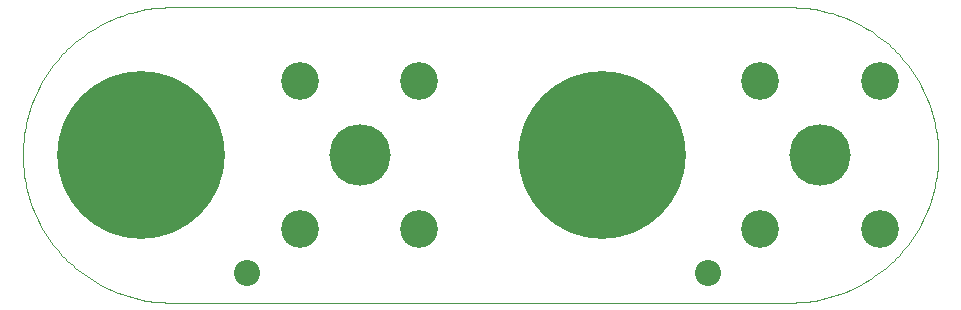
<source format=gbs>
G04 EAGLE Gerber RS-274X export*
G75*
%MOMM*%
%FSLAX35Y35*%
%LPD*%
%INsolder_mask_bottom*%
%IPPOS*%
%AMOC8*
5,1,8,0,0,1.08239X$1,22.5*%
G01*
%ADD10C,0.000000*%
%ADD11C,3.203200*%
%ADD12C,5.203200*%
%ADD13C,14.203200*%
%ADD14C,2.203200*%


D10*
X-1700000Y1250000D02*
X3550000Y1250000D01*
X3580205Y1249635D01*
X3610392Y1248540D01*
X3640544Y1246716D01*
X3670642Y1244165D01*
X3700671Y1240886D01*
X3730611Y1236883D01*
X3760446Y1232158D01*
X3790158Y1226713D01*
X3819730Y1220551D01*
X3849145Y1213677D01*
X3878384Y1206094D01*
X3907432Y1197807D01*
X3936271Y1188821D01*
X3964885Y1179140D01*
X3993256Y1168770D01*
X4021369Y1157718D01*
X4049206Y1145990D01*
X4076751Y1133593D01*
X4103989Y1120534D01*
X4130904Y1106820D01*
X4157479Y1092460D01*
X4183700Y1077462D01*
X4209550Y1061835D01*
X4235016Y1045588D01*
X4260081Y1028730D01*
X4284732Y1011271D01*
X4308953Y993222D01*
X4332731Y974593D01*
X4356053Y955395D01*
X4378903Y935638D01*
X4401270Y915336D01*
X4423139Y894499D01*
X4444499Y873139D01*
X4465336Y851270D01*
X4485638Y828903D01*
X4505395Y806053D01*
X4524593Y782731D01*
X4543222Y758953D01*
X4561271Y734732D01*
X4578730Y710081D01*
X4595588Y685016D01*
X4611835Y659550D01*
X4627462Y633700D01*
X4642460Y607479D01*
X4656820Y580904D01*
X4670534Y553989D01*
X4683593Y526751D01*
X4695990Y499206D01*
X4707718Y471369D01*
X4718770Y443256D01*
X4729140Y414885D01*
X4738821Y386271D01*
X4747807Y357432D01*
X4756094Y328384D01*
X4763677Y299145D01*
X4770551Y269730D01*
X4776713Y240158D01*
X4782158Y210446D01*
X4786883Y180611D01*
X4790886Y150671D01*
X4794165Y120642D01*
X4796716Y90544D01*
X4798540Y60392D01*
X4799635Y30205D01*
X4800000Y0D01*
X4799635Y-30205D01*
X4798540Y-60392D01*
X4796716Y-90544D01*
X4794165Y-120642D01*
X4790886Y-150671D01*
X4786883Y-180611D01*
X4782158Y-210446D01*
X4776713Y-240158D01*
X4770551Y-269730D01*
X4763677Y-299145D01*
X4756094Y-328384D01*
X4747807Y-357432D01*
X4738821Y-386271D01*
X4729140Y-414885D01*
X4718770Y-443256D01*
X4707718Y-471369D01*
X4695990Y-499206D01*
X4683593Y-526751D01*
X4670534Y-553989D01*
X4656820Y-580904D01*
X4642460Y-607479D01*
X4627462Y-633700D01*
X4611835Y-659550D01*
X4595588Y-685016D01*
X4578730Y-710081D01*
X4561271Y-734732D01*
X4543222Y-758953D01*
X4524593Y-782731D01*
X4505395Y-806053D01*
X4485638Y-828903D01*
X4465336Y-851270D01*
X4444499Y-873139D01*
X4423139Y-894499D01*
X4401270Y-915336D01*
X4378903Y-935638D01*
X4356053Y-955395D01*
X4332731Y-974593D01*
X4308953Y-993222D01*
X4284732Y-1011271D01*
X4260081Y-1028730D01*
X4235016Y-1045588D01*
X4209550Y-1061835D01*
X4183700Y-1077462D01*
X4157479Y-1092460D01*
X4130904Y-1106820D01*
X4103989Y-1120534D01*
X4076751Y-1133593D01*
X4049206Y-1145990D01*
X4021369Y-1157718D01*
X3993256Y-1168770D01*
X3964885Y-1179140D01*
X3936271Y-1188821D01*
X3907432Y-1197807D01*
X3878384Y-1206094D01*
X3849145Y-1213677D01*
X3819730Y-1220551D01*
X3790158Y-1226713D01*
X3760446Y-1232158D01*
X3730611Y-1236883D01*
X3700671Y-1240886D01*
X3670642Y-1244165D01*
X3640544Y-1246716D01*
X3610392Y-1248540D01*
X3580205Y-1249635D01*
X3550000Y-1250000D01*
X-1700000Y-1250000D01*
X-1730205Y-1249635D01*
X-1760392Y-1248540D01*
X-1790544Y-1246716D01*
X-1820642Y-1244165D01*
X-1850671Y-1240886D01*
X-1880611Y-1236883D01*
X-1910446Y-1232158D01*
X-1940158Y-1226713D01*
X-1969730Y-1220551D01*
X-1999145Y-1213677D01*
X-2028384Y-1206094D01*
X-2057432Y-1197807D01*
X-2086271Y-1188821D01*
X-2114885Y-1179140D01*
X-2143256Y-1168770D01*
X-2171369Y-1157718D01*
X-2199206Y-1145990D01*
X-2226751Y-1133593D01*
X-2253989Y-1120534D01*
X-2280904Y-1106820D01*
X-2307479Y-1092460D01*
X-2333700Y-1077462D01*
X-2359550Y-1061835D01*
X-2385016Y-1045588D01*
X-2410081Y-1028730D01*
X-2434732Y-1011271D01*
X-2458953Y-993222D01*
X-2482731Y-974593D01*
X-2506053Y-955395D01*
X-2528903Y-935638D01*
X-2551270Y-915336D01*
X-2573139Y-894499D01*
X-2594499Y-873139D01*
X-2615336Y-851270D01*
X-2635638Y-828903D01*
X-2655395Y-806053D01*
X-2674593Y-782731D01*
X-2693222Y-758953D01*
X-2711271Y-734732D01*
X-2728730Y-710081D01*
X-2745588Y-685016D01*
X-2761835Y-659550D01*
X-2777462Y-633700D01*
X-2792460Y-607479D01*
X-2806820Y-580904D01*
X-2820534Y-553989D01*
X-2833593Y-526751D01*
X-2845990Y-499206D01*
X-2857718Y-471369D01*
X-2868770Y-443256D01*
X-2879140Y-414885D01*
X-2888821Y-386271D01*
X-2897807Y-357432D01*
X-2906094Y-328384D01*
X-2913677Y-299145D01*
X-2920551Y-269730D01*
X-2926713Y-240158D01*
X-2932158Y-210446D01*
X-2936883Y-180611D01*
X-2940886Y-150671D01*
X-2944165Y-120642D01*
X-2946716Y-90544D01*
X-2948540Y-60392D01*
X-2949635Y-30205D01*
X-2950000Y0D01*
X-2949635Y30205D01*
X-2948540Y60392D01*
X-2946716Y90544D01*
X-2944165Y120642D01*
X-2940886Y150671D01*
X-2936883Y180611D01*
X-2932158Y210446D01*
X-2926713Y240158D01*
X-2920551Y269730D01*
X-2913677Y299145D01*
X-2906094Y328384D01*
X-2897807Y357432D01*
X-2888821Y386271D01*
X-2879140Y414885D01*
X-2868770Y443256D01*
X-2857718Y471369D01*
X-2845990Y499206D01*
X-2833593Y526751D01*
X-2820534Y553989D01*
X-2806820Y580904D01*
X-2792460Y607479D01*
X-2777462Y633700D01*
X-2761835Y659550D01*
X-2745588Y685016D01*
X-2728730Y710081D01*
X-2711271Y734732D01*
X-2693222Y758953D01*
X-2674593Y782731D01*
X-2655395Y806053D01*
X-2635638Y828903D01*
X-2615336Y851270D01*
X-2594499Y873139D01*
X-2573139Y894499D01*
X-2551270Y915336D01*
X-2528903Y935638D01*
X-2506053Y955395D01*
X-2482731Y974593D01*
X-2458953Y993222D01*
X-2434732Y1011271D01*
X-2410081Y1028730D01*
X-2385016Y1045588D01*
X-2359550Y1061835D01*
X-2333700Y1077462D01*
X-2307479Y1092460D01*
X-2280904Y1106820D01*
X-2253989Y1120534D01*
X-2226751Y1133593D01*
X-2199206Y1145990D01*
X-2171369Y1157718D01*
X-2143256Y1168770D01*
X-2114885Y1179140D01*
X-2086271Y1188821D01*
X-2057432Y1197807D01*
X-2028384Y1206094D01*
X-1999145Y1213677D01*
X-1969730Y1220551D01*
X-1940158Y1226713D01*
X-1910446Y1232158D01*
X-1880611Y1236883D01*
X-1850671Y1240886D01*
X-1820642Y1244165D01*
X-1790544Y1246716D01*
X-1760392Y1248540D01*
X-1730205Y1249635D01*
X-1700000Y1250000D01*
D11*
X407500Y-625000D03*
X407500Y625000D03*
X-607500Y-625000D03*
X-607000Y624500D03*
D12*
X-100000Y0D03*
D11*
X4307500Y-625000D03*
X4307500Y625000D03*
X3292500Y-625000D03*
X3293000Y624500D03*
D12*
X3800000Y0D03*
D13*
X1950000Y0D03*
D14*
X2850000Y-1000000D03*
D13*
X-1950000Y0D03*
D14*
X-1050000Y-1000000D03*
M02*

</source>
